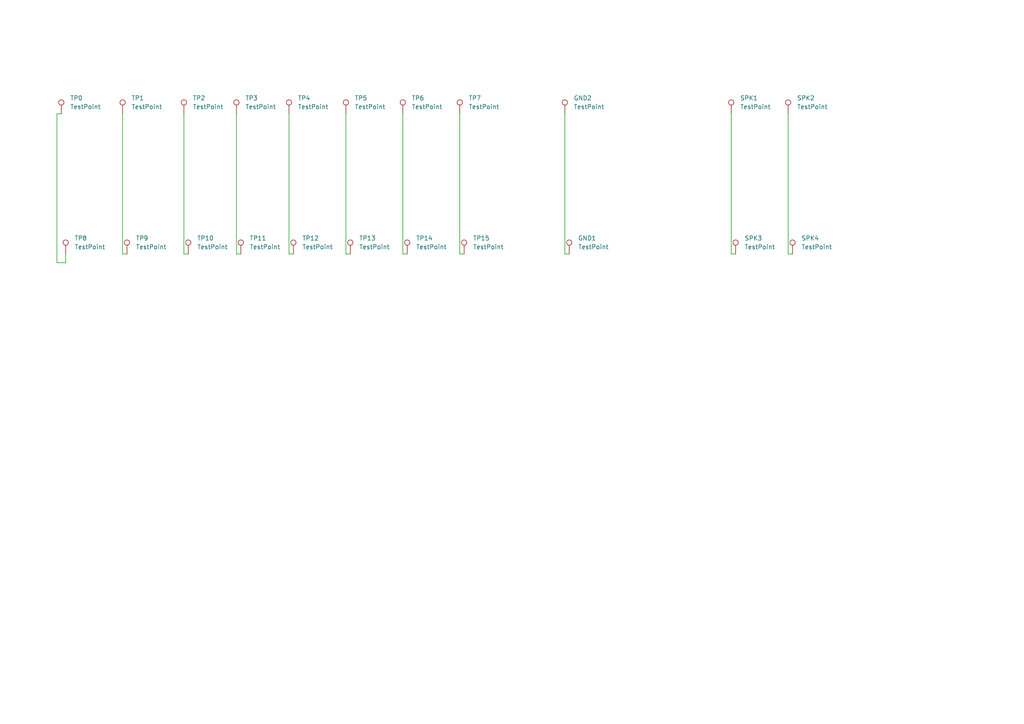
<source format=kicad_sch>
(kicad_sch (version 20230121) (generator eeschema)
  (paper "A4")
  (lib_symbols
    (symbol "Connector:TestPoint" (pin_numbers hide) (pin_names (offset 0.762) hide)
      (property "Reference" "TP" (at 0 6.858 0))
      (property "Value" "TestPoint" (at 0 5.08 0))
      (symbol "TestPoint_0_1"
        (circle (center 0 3.302) (radius 0.762))
      )
      (symbol "TestPoint_1_1"
        (pin passive line (at 0 0 90) (length 2.54) (name "1") (number "1"))
      )
    )
    (symbol "TestPoint_1" (pin_numbers hide) (pin_names (offset 0.762) hide)
      (property "Reference" "TP0" (at 2.54 4.572 0))
      (property "Value" "TestPoint" (at 2.54 2.032 0))
      (symbol "TestPoint_1_0_1"
        (circle (center 0 3.302) (radius 0.762))
      )
      (symbol "TestPoint_1_1_1"
        (pin passive line (at 0 0 90) (length 2.54) (name "1") (number "1"))
      )
    )
    (symbol "TestPoint_2" (pin_numbers hide) (pin_names (offset 0.762) hide)
      (property "Reference" "GND" (at 2.54 4.572 0))
      (property "Value" "TestPoint" (at 2.54 2.032 0))
      (symbol "TestPoint_2_0_1"
        (circle (center 0 3.302) (radius 0.762))
      )
      (symbol "TestPoint_2_1_1"
        (pin passive line (at 0 0 90) (length 2.54) (name "1") (number "1"))
      )
    )
    (symbol "TestPoint_4" (pin_numbers hide) (pin_names (offset 0.762) hide)
      (property "Reference" "SPK1" (at 2.54 4.572 0))
      (property "Value" "TestPoint" (at 2.54 2.032 0))
      (symbol "TestPoint_4_0_1"
        (circle (center 0 3.302) (radius 0.762))
      )
      (symbol "TestPoint_4_1_1"
        (pin passive line (at 0 0 90) (length 2.54) (name "1") (number "1"))
      )
    )
    (symbol "TestPoint_5" (pin_numbers hide) (pin_names (offset 0.762) hide)
      (property "Reference" "SPK2" (at 2.54 4.572 0))
      (property "Value" "TestPoint" (at 2.54 2.032 0))
      (symbol "TestPoint_5_0_1"
        (circle (center 0 3.302) (radius 0.762))
      )
      (symbol "TestPoint_5_1_1"
        (pin passive line (at 0 0 90) (length 2.54) (name "1") (number "1"))
      )
    )
  )
  (wire (pts (xy 35.56 73.66) (xy 36.83 73.66)))
  (wire (pts (xy 68.58 73.66) (xy 69.85 73.66)))
  (wire (pts (xy 68.58 33.02) (xy 68.58 73.66)))
  (wire (pts (xy 163.83 33.02) (xy 163.83 73.66)))
  (wire (pts (xy 53.34 33.02) (xy 53.34 73.66)))
  (wire (pts (xy 16.51 33.02) (xy 17.78 33.02)))
  (wire (pts (xy 212.09 73.66) (xy 213.36 73.66)))
  (wire (pts (xy 133.35 33.02) (xy 133.35 73.66)))
  (wire (pts (xy 163.83 73.66) (xy 165.1 73.66)))
  (wire (pts (xy 116.84 73.66) (xy 118.11 73.66)))
  (wire (pts (xy 19.05 76.2) (xy 19.05 73.66)))
  (wire (pts (xy 116.84 33.02) (xy 116.84 73.66)))
  (wire (pts (xy 35.56 33.02) (xy 35.56 73.66)))
  (wire (pts (xy 228.6 73.66) (xy 229.87 73.66)))
  (wire (pts (xy 16.51 33.02) (xy 16.51 76.2)))
  (wire (pts (xy 212.09 33.02) (xy 212.09 73.66)))
  (wire (pts (xy 228.6 33.02) (xy 228.6 73.66)))
  (wire (pts (xy 16.51 76.2) (xy 19.05 76.2)))
  (wire (pts (xy 133.35 73.66) (xy 134.62 73.66)))
  (wire (pts (xy 83.82 33.02) (xy 83.82 73.66)))
  (wire (pts (xy 100.33 73.66) (xy 101.6 73.66)))
  (wire (pts (xy 83.82 73.66) (xy 85.09 73.66)))
  (wire (pts (xy 100.33 33.02) (xy 100.33 73.66)))
  (wire (pts (xy 53.34 73.66) (xy 54.61 73.66)))
  (symbol (lib_id "Connector:TestPoint") (at 36.83 73.66 0) (unit 1)
    (property "Reference" "TP9" (at 39.37 69.088 0) (effects (justify left)))
    (property "Value" "TestPoint" (at 39.37 71.628 0) (effects (justify left)))
    (property "Footprint" "TestPoint:TestPoint_THTPad_D1.0mm_Drill0.5mm" (effects hide))
  )
  (symbol (lib_id "Connector:TestPoint") (at 54.61 73.66 0) (unit 1)
    (property "Reference" "TP10" (at 57.15 69.088 0) (effects (justify left)))
    (property "Value" "TestPoint" (at 57.15 71.628 0) (effects (justify left)))
    (property "Footprint" "TestPoint:TestPoint_THTPad_D1.0mm_Drill0.5mm" (effects hide))
  )
  (symbol (lib_id "Connector:TestPoint") (at 133.35 33.02 0) (unit 1)
    (property "Reference" "TP7" (at 135.89 28.448 0) (effects (justify left)))
    (property "Value" "TestPoint" (at 135.89 30.988 0) (effects (justify left)))
    (property "Footprint" "SparkFun-Connector:TestPoint-0.75mm" (effects hide))
  )
  (symbol (lib_name "TestPoint_1") (lib_id "Connector:TestPoint") (at 19.05 73.66 0) (unit 1)
    (property "Reference" "TP8" (at 21.59 69.088 0) (effects (justify left)))
    (property "Value" "TestPoint" (at 21.59 71.628 0) (effects (justify left)))
    (property "Footprint" "TestPoint:TestPoint_THTPad_D1.0mm_Drill0.5mm" (effects hide))
  )
  (symbol (lib_id "Connector:TestPoint") (at 53.34 33.02 0) (unit 1)
    (property "Reference" "TP2" (at 55.88 28.448 0) (effects (justify left)))
    (property "Value" "TestPoint" (at 55.88 30.988 0) (effects (justify left)))
    (property "Footprint" "TestPoint:TestPoint_THTPad_D1.0mm_Drill0.5mm" (effects hide))
  )
  (symbol (lib_id "Connector:TestPoint") (at 100.33 33.02 0) (unit 1)
    (property "Reference" "TP5" (at 102.87 28.448 0) (effects (justify left)))
    (property "Value" "TestPoint" (at 102.87 30.988 0) (effects (justify left)))
    (property "Footprint" "SparkFun-Connector:TestPoint-0.75mm" (effects hide))
  )
  (symbol (lib_name "TestPoint_4") (lib_id "Connector:TestPoint") (at 212.09 33.02 0) (unit 1)
    (property "Reference" "SPK1" (at 214.63 28.448 0) (effects (justify left)))
    (property "Value" "TestPoint" (at 214.63 30.988 0) (effects (justify left)))
    (property "Footprint" "TestPoint:TestPoint_THTPad_D1.0mm_Drill0.5mm" (effects hide))
  )
  (symbol (lib_name "TestPoint_5") (lib_id "Connector:TestPoint") (at 229.87 73.66 0) (unit 1)
    (property "Reference" "SPK4" (at 232.41 69.088 0) (effects (justify left)))
    (property "Value" "TestPoint" (at 232.41 71.628 0) (effects (justify left)))
    (property "Footprint" "TestPoint:TestPoint_THTPad_D1.0mm_Drill0.5mm" (effects hide))
  )
  (symbol (lib_name "TestPoint_4") (lib_id "Connector:TestPoint") (at 213.36 73.66 0) (unit 1)
    (property "Reference" "SPK3" (at 215.9 69.088 0) (effects (justify left)))
    (property "Value" "TestPoint" (at 215.9 71.628 0) (effects (justify left)))
    (property "Footprint" "TestPoint:TestPoint_THTPad_D1.0mm_Drill0.5mm" (effects hide))
  )
  (symbol (lib_id "Connector:TestPoint") (at 35.56 33.02 0) (unit 1)
    (property "Reference" "TP1" (at 38.1 28.448 0) (effects (justify left)))
    (property "Value" "TestPoint" (at 38.1 30.988 0) (effects (justify left)))
    (property "Footprint" "TestPoint:TestPoint_THTPad_D1.0mm_Drill0.5mm" (effects hide))
  )
  (symbol (lib_id "Connector:TestPoint") (at 83.82 33.02 0) (unit 1)
    (property "Reference" "TP4" (at 86.36 28.448 0) (effects (justify left)))
    (property "Value" "TestPoint" (at 86.36 30.988 0) (effects (justify left)))
    (property "Footprint" "SparkFun-Connector:TestPoint-0.75mm" (effects hide))
  )
  (symbol (lib_id "Connector:TestPoint") (at 85.09 73.66 0) (unit 1)
    (property "Reference" "TP12" (at 87.63 69.088 0) (effects (justify left)))
    (property "Value" "TestPoint" (at 87.63 71.628 0) (effects (justify left)))
    (property "Footprint" "TestPoint:TestPoint_THTPad_D1.0mm_Drill0.5mm" (effects hide))
  )
  (symbol (lib_id "Connector:TestPoint") (at 134.62 73.66 0) (unit 1)
    (property "Reference" "TP15" (at 137.16 69.088 0) (effects (justify left)))
    (property "Value" "TestPoint" (at 137.16 71.628 0) (effects (justify left)))
    (property "Footprint" "TestPoint:TestPoint_THTPad_D1.0mm_Drill0.5mm" (effects hide))
  )
  (symbol (lib_name "TestPoint_2") (lib_id "Connector:TestPoint") (at 165.1 73.66 0) (unit 1)
    (property "Reference" "GND1" (at 167.64 69.088 0) (effects (justify left)))
    (property "Value" "TestPoint" (at 167.64 71.628 0) (effects (justify left)))
    (property "Footprint" "TestPoint:TestPoint_Pad_1.5x1.5mm" (effects hide))
  )
  (symbol (lib_id "Connector:TestPoint") (at 101.6 73.66 0) (unit 1)
    (property "Reference" "TP13" (at 104.14 69.088 0) (effects (justify left)))
    (property "Value" "TestPoint" (at 104.14 71.628 0) (effects (justify left)))
    (property "Footprint" "TestPoint:TestPoint_THTPad_D1.0mm_Drill0.5mm" (effects hide))
  )
  (symbol (lib_name "TestPoint_2") (lib_id "Connector:TestPoint") (at 163.83 33.02 0) (unit 1)
    (property "Reference" "GND2" (at 166.37 28.448 0) (effects (justify left)))
    (property "Value" "TestPoint" (at 166.37 30.988 0) (effects (justify left)))
    (property "Footprint" "TestPoint:TestPoint_THTPad_D1.0mm_Drill0.5mm" (effects hide))
  )
  (symbol (lib_id "Connector:TestPoint") (at 68.58 33.02 0) (unit 1)
    (property "Reference" "TP3" (at 71.12 28.448 0) (effects (justify left)))
    (property "Value" "TestPoint" (at 71.12 30.988 0) (effects (justify left)))
    (property "Footprint" "TestPoint:TestPoint_THTPad_D1.0mm_Drill0.5mm" (effects hide))
  )
  (symbol (lib_id "Connector:TestPoint") (at 118.11 73.66 0) (unit 1)
    (property "Reference" "TP14" (at 120.65 69.088 0) (effects (justify left)))
    (property "Value" "TestPoint" (at 120.65 71.628 0) (effects (justify left)))
    (property "Footprint" "TestPoint:TestPoint_THTPad_D1.0mm_Drill0.5mm" (effects hide))
  )
  (symbol (lib_id "Connector:TestPoint") (at 116.84 33.02 0) (unit 1)
    (property "Reference" "TP6" (at 119.38 28.448 0) (effects (justify left)))
    (property "Value" "TestPoint" (at 119.38 30.988 0) (effects (justify left)))
    (property "Footprint" "SparkFun-Connector:TestPoint-0.75mm" (effects hide))
  )
  (symbol (lib_id "Connector:TestPoint") (at 69.85 73.66 0) (unit 1)
    (property "Reference" "TP11" (at 72.39 69.088 0) (effects (justify left)))
    (property "Value" "TestPoint" (at 72.39 71.628 0) (effects (justify left)))
    (property "Footprint" "TestPoint:TestPoint_THTPad_D1.0mm_Drill0.5mm" (effects hide))
  )
  (symbol (lib_name "TestPoint_5") (lib_id "Connector:TestPoint") (at 228.6 33.02 0) (unit 1)
    (property "Reference" "SPK2" (at 231.14 28.448 0) (effects (justify left)))
    (property "Value" "TestPoint" (at 231.14 30.988 0) (effects (justify left)))
    (property "Footprint" "TestPoint:TestPoint_THTPad_D1.0mm_Drill0.5mm" (effects hide))
  )
  (symbol (lib_name "TestPoint_1") (lib_id "Connector:TestPoint") (at 17.78 33.02 0) (unit 1)
    (property "Reference" "TP0" (at 20.32 28.448 0) (effects (justify left)))
    (property "Value" "TestPoint" (at 20.32 30.988 0) (effects (justify left)))
    (property "Footprint" "TestPoint:TestPoint_THTPad_D1.0mm_Drill0.5mm" (effects hide))
  )
)
</source>
